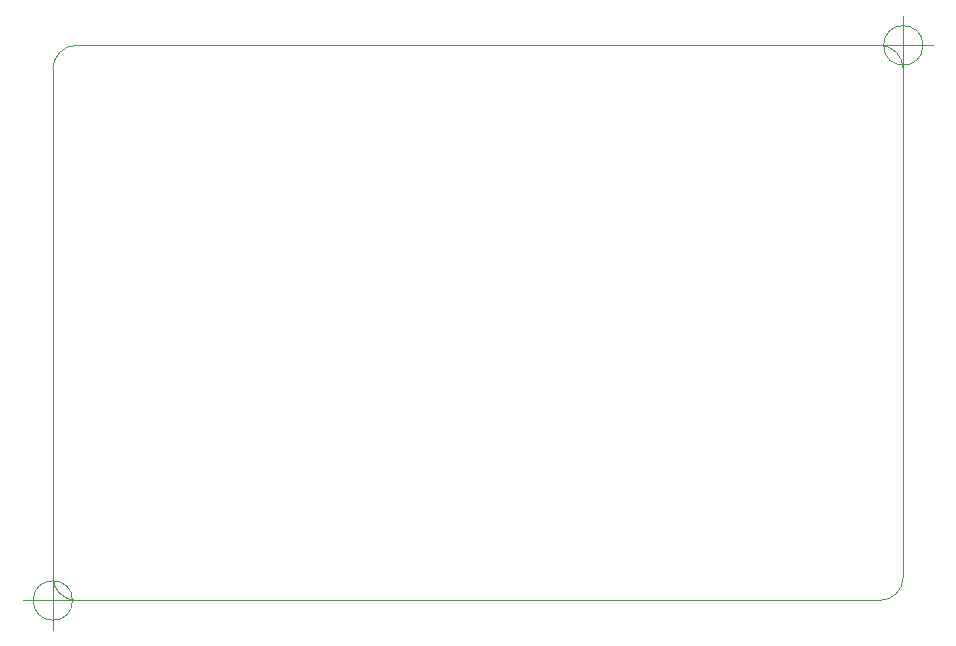
<source format=gbr>
%TF.GenerationSoftware,KiCad,Pcbnew,(6.0.2)*%
%TF.CreationDate,2022-03-17T13:29:54+09:00*%
%TF.ProjectId,KiCad,4b694361-642e-46b6-9963-61645f706362,rev?*%
%TF.SameCoordinates,Original*%
%TF.FileFunction,Profile,NP*%
%FSLAX46Y46*%
G04 Gerber Fmt 4.6, Leading zero omitted, Abs format (unit mm)*
G04 Created by KiCad (PCBNEW (6.0.2)) date 2022-03-17 13:29:54*
%MOMM*%
%LPD*%
G01*
G04 APERTURE LIST*
%TA.AperFunction,Profile*%
%ADD10C,0.100000*%
%TD*%
G04 APERTURE END LIST*
D10*
X120000000Y-124000000D02*
G75*
G03*
X122000000Y-126000000I2000000J0D01*
G01*
X190000000Y-126000000D02*
G75*
G03*
X192000000Y-124000000I0J2000000D01*
G01*
X122000000Y-126000000D02*
X190000000Y-126000000D01*
X192000000Y-81000000D02*
X192000000Y-124000000D01*
X192000000Y-81000000D02*
G75*
G03*
X190000000Y-79000000I-2000000J0D01*
G01*
X122000000Y-79000000D02*
G75*
G03*
X120000000Y-81000000I0J-2000000D01*
G01*
X122000000Y-79000000D02*
X190000000Y-79000000D01*
X120000000Y-124000000D02*
X120000000Y-81000000D01*
X193666666Y-79000000D02*
G75*
G03*
X193666666Y-79000000I-1666666J0D01*
G01*
X189500000Y-79000000D02*
X194500000Y-79000000D01*
X192000000Y-76500000D02*
X192000000Y-81500000D01*
X121666666Y-126000000D02*
G75*
G03*
X121666666Y-126000000I-1666666J0D01*
G01*
X117500000Y-126000000D02*
X122500000Y-126000000D01*
X120000000Y-123500000D02*
X120000000Y-128500000D01*
M02*

</source>
